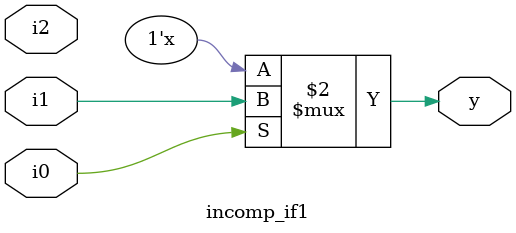
<source format=v>
module incomp_if1 (
	input 		i0 , 
	input 		i1 , 
	input 		i2 , 
	output 	reg 	y
);

always @ (*)
begin
	if(i0)
		y <= i1;
end

endmodule

</source>
